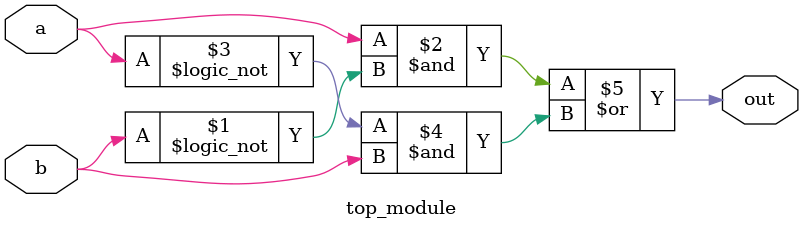
<source format=v>
module top_module (input a, input b, output out);
    assign out = (a&(!b)|(!a)&b);
endmodule

</source>
